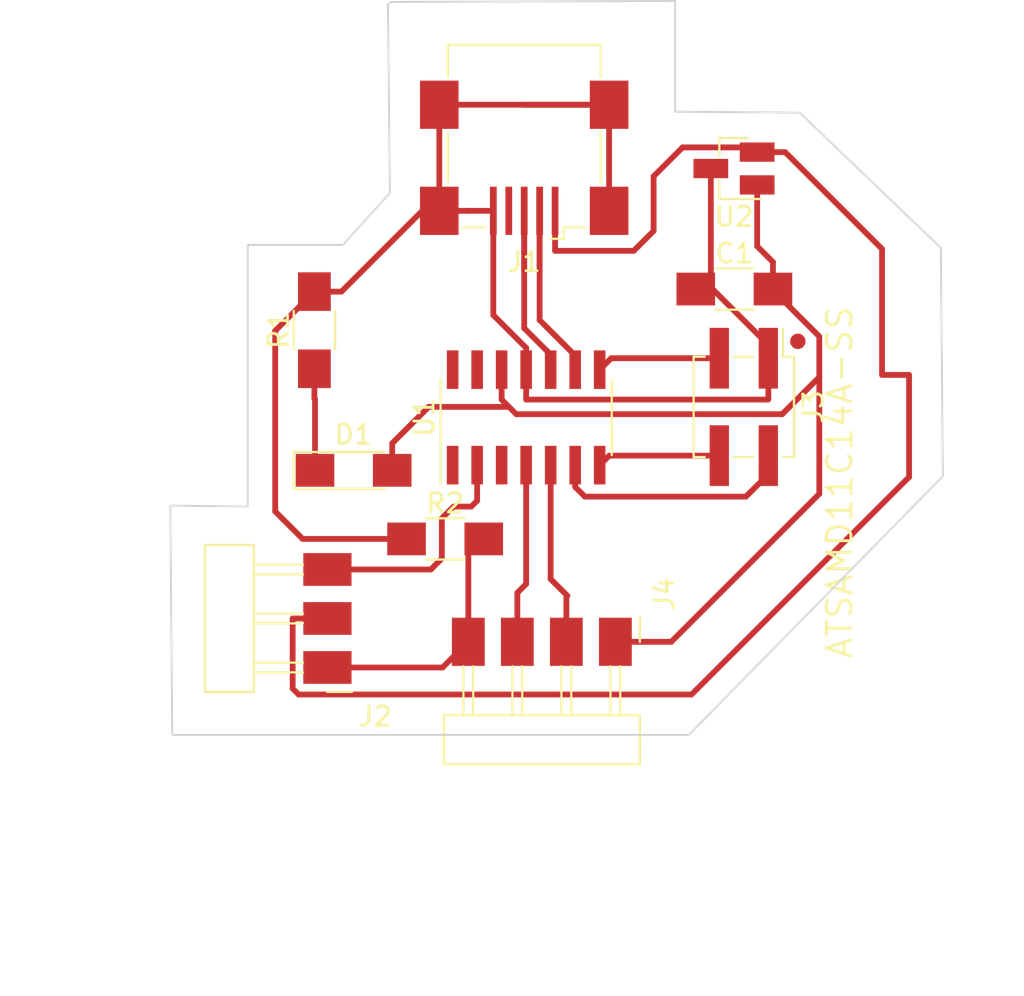
<source format=kicad_pcb>
(kicad_pcb (version 20211014) (generator pcbnew)
  (layers (0 "F.Cu" signal) (31 "B.Cu" signal) (34 "B.Paste" user) (35 "F.Paste" user) (36 "B.SilkS" user "B.Silkscreen") (37 "F.SilkS" user "F.Silkscreen") (38 "B.Mask" user) (39 "F.Mask" user) (44 "Edge.Cuts" user))
  (net 0 "")
  (net 1 "GND")
  (net 2 "5V")
  (net 3 "D-")
  (net 4 "D+")
  (net 7 "SDA")
  (net 8 "RST")
  (net 9 "CLK")
  (net 10 "DIO")
  (net 12 "RGB LED")
  (net 13 "3.3")
  (net 15 "SCL")
  (net 17 "Net-(D1-Pad1)")
  (footprint "fab:C_1206" (layer "F.Cu") (at 204.8444 58.3184)
    (fp_text reference "C1" (at 0 -1.85) (layer "F.SilkS"))
    (fp_text value "C")
    (fp_line (start 1 1.07) (end -1 1.07) (layer "F.SilkS") (width 0.12))
    (fp_line (start -1 -1.07) (end 1 -1.07) (layer "F.SilkS") (width 0.12))
    (pad "1" smd rect locked (at -2 0) (size 2 1.7) (layers "F.Cu" "F.Paste" "F.Mask") (net 1 "GND"))
    (pad "2" smd rect locked (at 2 0) (size 2 1.7) (layers "F.Cu" "F.Paste" "F.Mask") (net 13 "3.3"))
  )
  (footprint "fab:SOT-23" (layer "F.Cu") (at 204.8256 52.07 180)
    (fp_text reference "U2" (at 0 -2.5) (layer "F.SilkS"))
    (fp_text value "Regulator_Linear_LM3480-3.3V-100mA")
    (fp_line (start 0.76 1.58) (end 0.76 0.65) (layer "F.SilkS") (width 0.12))
    (fp_line (start 0.76 -1.58) (end -1.4 -1.58) (layer "F.SilkS") (width 0.12))
    (fp_line (start 0.76 -1.58) (end 0.76 -0.65) (layer "F.SilkS") (width 0.12))
    (fp_line (start 0.76 1.58) (end -0.7 1.58) (layer "F.SilkS") (width 0.12))
    (pad "1" smd rect locked (at -1.2 -0.85 180) (size 1.8 1) (layers "F.Cu" "F.Paste" "F.Mask") (net 13 "3.3"))
    (pad "2" smd rect locked (at -1.2 0.85 180) (size 1.8 1) (layers "F.Cu" "F.Paste" "F.Mask") (net 2 "5V"))
    (pad "3" smd rect locked (at 1.2 0 180) (size 1.8 1) (layers "F.Cu" "F.Paste" "F.Mask") (net 1 "GND"))
  )
  (footprint "fab:R_1206" (layer "F.Cu") (at 183.0832 60.452 90)
    (fp_text reference "R1" (at 0 -1.85 90) (layer "F.SilkS"))
    (fp_text value "500 OHM")
    (fp_line (start 1 1.07) (end -1 1.07) (layer "F.SilkS") (width 0.12))
    (fp_line (start -1 -1.07) (end 1 -1.07) (layer "F.SilkS") (width 0.12))
    (pad "1" smd rect locked (at -2 0 90) (size 2 1.7) (layers "F.Cu" "F.Paste" "F.Mask") (net 17 "Net-(D1-Pad1)"))
    (pad "2" smd rect locked (at 2 0 90) (size 2 1.7) (layers "F.Cu" "F.Paste" "F.Mask") (net 1 "GND"))
  )
  (footprint "fab:PinHeader_1x03_P2.54mm_Horizontal_SMD" (layer "F.Cu") (at 183.7576 77.9372 180)
    (fp_text reference "J2" (at -1.524 -2.54) (layer "F.SilkS") (effects (justify left)))
    (fp_text value "Conn_PinHeader_1x03_P2.54mm_Horizontal_SMD")
    (fp_line (start 3.81 2.286) (end 1.27 2.286) (layer "F.SilkS") (width 0.12))
    (fp_line (start 3.81 0.254) (end 1.27 0.254) (layer "F.SilkS") (width 0.12))
    (fp_line (start 3.81 -1.27) (end 6.35 -1.27) (layer "F.SilkS") (width 0.12))
    (fp_line (start 3.81 4.826) (end 1.27 4.826) (layer "F.SilkS") (width 0.12))
    (fp_line (start 6.35 -1.27) (end 6.35 6.35) (layer "F.SilkS") (width 0.12))
    (fp_line (start -1.27 -1.27) (end 0 -1.27) (layer "F.SilkS") (width 0.12))
    (fp_line (start 6.35 6.35) (end 3.81 6.35) (layer "F.SilkS") (width 0.12))
    (fp_line (start 3.81 2.794) (end 1.27 2.794) (layer "F.SilkS") (width 0.12))
    (fp_line (start 3.81 6.35) (end 3.81 -1.27) (layer "F.SilkS") (width 0.12))
    (fp_line (start 3.81 -0.254) (end 1.27 -0.254) (layer "F.SilkS") (width 0.12))
    (fp_line (start 3.81 5.334) (end 1.27 5.334) (layer "F.SilkS") (width 0.12))
    (pad "1" smd rect locked (at 0 0 180) (size 2.5 1.7) (layers "F.Cu" "F.Paste" "F.Mask") (net 1 "GND"))
    (pad "2" smd rect locked (at 0 2.54 180) (size 2.5 1.7) (layers "F.Cu" "F.Paste" "F.Mask") (net 2 "5V"))
    (pad "3" smd rect locked (at 0 5.08 180) (size 2.5 1.7) (layers "F.Cu" "F.Paste" "F.Mask") (net 12 "RGB LED"))
  )
  (footprint "fab:LED_1206" (layer "F.Cu") (at 185.1152 67.7164)
    (fp_text reference "D1" (at 0 -1.85) (layer "F.SilkS"))
    (fp_text value "LED")
    (fp_line (start -3.1 -0.95) (end 1.6 -0.95) (layer "F.SilkS") (width 0.12))
    (fp_line (start -3.1 0.95) (end 1.6 0.95) (layer "F.SilkS") (width 0.12))
    (fp_line (start -3.1 -0.95) (end -3.1 0.95) (layer "F.SilkS") (width 0.12))
    (pad "1" smd rect locked (at -2 0) (size 2 1.7) (layers "F.Cu" "F.Paste" "F.Mask") (net 17 "Net-(D1-Pad1)"))
    (pad "2" smd rect locked (at 2 0) (size 2 1.7) (layers "F.Cu" "F.Paste" "F.Mask") (net 13 "3.3"))
  )
  (footprint "fab:SOIC-14_3.9x8.7mm_P1.27mm" (layer "F.Cu") (at 194.056 64.9732 90)
    (fp_text reference "U1" (at 0 -5.28 90) (layer "F.SilkS"))
    (fp_text value "ATSAMD11C14A-SS" (at -3.3668 16.246 90) (layer "F.SilkS") (effects (font (size 1.27 1.27))))
    (fp_line (start 0 4.435) (end -1.95 4.435) (layer "F.SilkS") (width 0.12))
    (fp_line (start 0 4.435) (end 1.95 4.435) (layer "F.SilkS") (width 0.12))
    (fp_line (start 0 -4.435) (end -3.45 -4.435) (layer "F.SilkS") (width 0.12))
    (fp_line (start 0 -4.435) (end 1.95 -4.435) (layer "F.SilkS") (width 0.12))
    (pad "1" smd rect (at -2.475 -3.81 90) (size 2 0.6) (layers "F.Cu" "F.Paste" "F.Mask"))
    (pad "2" smd rect (at -2.475 -2.54 90) (size 2 0.6) (layers "F.Cu" "F.Paste" "F.Mask") (net 12 "RGB LED"))
    (pad "3" smd rect (at -2.475 -1.27 90) (size 2 0.6) (layers "F.Cu" "F.Paste" "F.Mask"))
    (pad "4" smd rect (at -2.475 0 90) (size 2 0.6) (layers "F.Cu" "F.Paste" "F.Mask") (net 7 "SDA"))
    (pad "5" smd rect (at -2.475 1.27 90) (size 2 0.6) (layers "F.Cu" "F.Paste" "F.Mask") (net 15 "SCL"))
    (pad "6" smd rect (at -2.475 2.54 90) (size 2 0.6) (layers "F.Cu" "F.Paste" "F.Mask") (net 8 "RST"))
    (pad "7" smd rect (at -2.475 3.81 90) (size 2 0.6) (layers "F.Cu" "F.Paste" "F.Mask") (net 9 "CLK"))
    (pad "8" smd rect (at 2.475 3.81 90) (size 2 0.6) (layers "F.Cu" "F.Paste" "F.Mask") (net 10 "DIO"))
    (pad "9" smd rect (at 2.475 2.54 90) (size 2 0.6) (layers "F.Cu" "F.Paste" "F.Mask") (net 3 "D-"))
    (pad "10" smd rect (at 2.475 1.27 90) (size 2 0.6) (layers "F.Cu" "F.Paste" "F.Mask") (net 4 "D+"))
    (pad "11" smd rect (at 2.475 0 90) (size 2 0.6) (layers "F.Cu" "F.Paste" "F.Mask") (net 1 "GND"))
    (pad "12" smd rect (at 2.475 -1.27 90) (size 2 0.6) (layers "F.Cu" "F.Paste" "F.Mask") (net 13 "3.3"))
    (pad "13" smd rect (at 2.475 -2.54 90) (size 2 0.6) (layers "F.Cu" "F.Paste" "F.Mask"))
    (pad "14" smd rect (at 2.475 -3.81 90) (size 2 0.6) (layers "F.Cu" "F.Paste" "F.Mask"))
  )
  (footprint "fab:PinHeader_2x02_P2.54mm_Vertical_SMD" (layer "F.Cu") (at 205.3336 64.4294 -90)
    (fp_text reference "J3" (at 0 -3.6 90) (layer "F.SilkS"))
    (fp_text value "Conn_PinHeader_2x02_P2.54mm_Vertical_SMD")
    (fp_circle (center -3.4 -2.8) (end -3.1 -2.8) (layer "F.Cu") (width 0.2) (fill solid))
    (fp_line (start -2.6 -0.51) (end -2.6 0.51) (layer "F.SilkS") (width 0.12))
    (fp_line (start -2.6 -2.6) (end -2.6 -2.03) (layer "F.SilkS") (width 0.12))
    (fp_line (start 2.6 -0.51) (end 2.6 0.51) (layer "F.SilkS") (width 0.12))
    (fp_line (start -4.04 -2.03) (end -2.6 -2.03) (layer "F.SilkS") (width 0.12))
    (fp_line (start 2.6 2.03) (end 2.6 2.6) (layer "F.SilkS") (width 0.12))
    (fp_line (start -2.6 -2.6) (end 2.6 -2.6) (layer "F.SilkS") (width 0.12))
    (fp_line (start -2.6 2.6) (end 2.6 2.6) (layer "F.SilkS") (width 0.12))
    (fp_line (start -2.6 2.03) (end -2.6 2.6) (layer "F.SilkS") (width 0.12))
    (fp_line (start 2.6 -2.6) (end 2.6 -2.03) (layer "F.SilkS") (width 0.12))
    (pad "1" smd rect (at -2.525 -1.27 270) (size 3.15 1) (layers "F.Cu" "F.Paste" "F.Mask") (net 1 "GND"))
    (pad "2" smd rect (at 2.525 -1.27 270) (size 3.15 1) (layers "F.Cu" "F.Paste" "F.Mask") (net 8 "RST"))
    (pad "3" smd rect (at -2.525 1.27 270) (size 3.15 1) (layers "F.Cu" "F.Paste" "F.Mask") (net 10 "DIO"))
    (pad "4" smd rect (at 2.525 1.27 270) (size 3.15 1) (layers "F.Cu" "F.Paste" "F.Mask") (net 9 "CLK"))
  )
  (footprint "fab:R_1206" (layer "F.Cu") (at 189.8584 71.2724)
    (fp_text reference "R2" (at 0 -1.85) (layer "F.SilkS"))
    (fp_text value "R")
    (fp_line (start -1 -1.07) (end 1 -1.07) (layer "F.SilkS") (width 0.12))
    (fp_line (start 1 1.07) (end -1 1.07) (layer "F.SilkS") (width 0.12))
    (pad "1" smd rect locked (at -2 0) (size 2 1.7) (layers "F.Cu" "F.Paste" "F.Mask") (net 1 "GND"))
    (pad "2" smd rect locked (at 2 0) (size 2 1.7) (layers "F.Cu" "F.Paste" "F.Mask") (net 1 "GND"))
  )
  (footprint "Connector_USB:USB_Mini-B_Wuerth_65100516121_Horizontal" (layer "F.Cu") (at 193.9544 51.6636 180)
    (fp_text reference "J1" (at 0 -5.25) (layer "F.SilkS"))
    (fp_text value "USB_B_Mini")
    (fp_line (start -3.96 1.45) (end -3.96 -1.15) (layer "F.SilkS") (width 0.12))
    (fp_line (start -3.96 6.01) (end 3.96 6.01) (layer "F.SilkS") (width 0.12))
    (fp_line (start -3.2 -3.46) (end -2.05 -3.46) (layer "F.SilkS") (width 0.12))
    (fp_line (start -2.05 -3.46) (end -2.05 -4.05) (layer "F.SilkS") (width 0.12))
    (fp_line (start 3.96 6.01) (end 3.96 4.35) (layer "F.SilkS") (width 0.12))
    (fp_line (start -3.96 4.35) (end -3.96 6.01) (layer "F.SilkS") (width 0.12))
    (fp_line (start 2.05 -3.46) (end 3.2 -3.46) (layer "F.SilkS") (width 0.12))
    (fp_line (start -2.05 -4.05) (end -1.35 -4.05) (layer "F.SilkS") (width 0.12))
    (fp_line (start 3.96 -1.15) (end 3.96 1.45) (layer "F.SilkS") (width 0.12))
    (pad "" np_thru_hole circle (at -2.2 0 180) (size 0.9 0.9) (drill 0.9) (layers *.Cu *.Mask))
    (pad "" np_thru_hole circle (at 2.2 0 180) (size 0.9 0.9) (drill 0.9) (layers *.Cu *.Mask))
    (pad "1" smd rect (at -1.6 -2.6 180) (size 0.35 2.5) (layers "F.Cu" "F.Paste" "F.Mask") (net 2 "5V"))
    (pad "2" smd rect (at -0.8 -2.6 180) (size 0.35 2.5) (layers "F.Cu" "F.Paste" "F.Mask") (net 3 "D-"))
    (pad "3" smd rect (at 0 -2.6 180) (size 0.35 2.5) (layers "F.Cu" "F.Paste" "F.Mask") (net 4 "D+"))
    (pad "4" smd rect (at 0.8 -2.6 180) (size 0.35 2.5) (layers "F.Cu" "F.Paste" "F.Mask"))
    (pad "5" smd rect (at 1.6 -2.6 180) (size 0.35 2.5) (layers "F.Cu" "F.Paste" "F.Mask") (net 1 "GND"))
    (pad "6" smd rect (at -4.4 -2.6 180) (size 2 2.5) (layers "F.Cu" "F.Paste" "F.Mask") (net 1 "GND"))
    (pad "6" smd rect (at 4.4 -2.6 180) (size 2 2.5) (layers "F.Cu" "F.Paste" "F.Mask") (net 1 "GND"))
    (pad "6" smd rect (at 4.4 2.9 180) (size 2 2.5) (layers "F.Cu" "F.Paste" "F.Mask") (net 1 "GND"))
    (pad "6" smd rect (at -4.4 2.9 180) (size 2 2.5) (layers "F.Cu" "F.Paste" "F.Mask") (net 1 "GND"))
  )
  (footprint "fab:PinHeader_1x04_P2.54mm_Horizontal_SMD" (layer "F.Cu") (at 198.6788 76.6064 -90)
    (fp_text reference "J4" (at -1.524 -2.54 90) (layer "F.SilkS") (effects (justify left)))
    (fp_text value "Conn_PinHeader_1x04_P2.54mm_Horizontal_SMD")
    (fp_line (start 6.35 -1.27) (end 6.35 8.89) (layer "F.SilkS") (width 0.12))
    (fp_line (start 3.81 2.794) (end 1.27 2.794) (layer "F.SilkS") (width 0.12))
    (fp_line (start 3.81 8.89) (end 3.81 -1.27) (layer "F.SilkS") (width 0.12))
    (fp_line (start 3.81 7.874) (end 1.27 7.874) (layer "F.SilkS") (width 0.12))
    (fp_line (start 3.81 2.286) (end 1.27 2.286) (layer "F.SilkS") (width 0.12))
    (fp_line (start 3.81 5.334) (end 1.27 5.334) (layer "F.SilkS") (width 0.12))
    (fp_line (start 3.81 -0.254) (end 1.27 -0.254) (layer "F.SilkS") (width 0.12))
    (fp_line (start 3.81 0.254) (end 1.27 0.254) (layer "F.SilkS") (width 0.12))
    (fp_line (start 6.35 8.89) (end 3.81 8.89) (layer "F.SilkS") (width 0.12))
    (fp_line (start -1.27 -1.27) (end 0 -1.27) (layer "F.SilkS") (width 0.12))
    (fp_line (start 3.81 -1.27) (end 6.35 -1.27) (layer "F.SilkS") (width 0.12))
    (fp_line (start 3.81 4.826) (end 1.27 4.826) (layer "F.SilkS") (width 0.12))
    (fp_line (start 3.81 7.366) (end 1.27 7.366) (layer "F.SilkS") (width 0.12))
    (pad "1" smd rect locked (at 0 0 270) (size 2.5 1.7) (layers "F.Cu" "F.Paste" "F.Mask") (net 13 "3.3"))
    (pad "2" smd rect locked (at 0 2.54 270) (size 2.5 1.7) (layers "F.Cu" "F.Paste" "F.Mask") (net 15 "SCL"))
    (pad "3" smd rect locked (at 0 5.08 270) (size 2.5 1.7) (layers "F.Cu" "F.Paste" "F.Mask") (net 7 "SDA"))
    (pad "4" smd rect locked (at 0 7.62 270) (size 2.5 1.7) (layers "F.Cu" "F.Paste" "F.Mask") (net 1 "GND"))
  )
  (gr_poly (pts (xy 201.7776 49.1236) (xy 208.2292 49.1744) (xy 215.5444 56.1848) (xy 215.646 68.0212) (xy 202.4888 81.4324) (xy 175.7172 81.4324) (xy 175.6156 69.5452) (xy 179.6288 69.596) (xy 179.6288 56.0324) (xy 184.5564 56.0324) (xy 186.9948 53.34) (xy 186.8932 43.5356) (xy 187.0456 43.434) (xy 201.7776 43.3832)) (layer "Edge.Cuts") (width 0.1) (fill none))
  (segment (start 189.5544 54.2636) (end 189.5542 54.2636) (width 0.3) (layer "F.Cu") (net 1))
  (segment (start 183.0832 58.452) (end 181.0512 60.484) (width 0.3) (layer "F.Cu") (net 1))
  (segment (start 203.6256 58.3128) (end 203.62 58.3184) (width 0.3) (layer "F.Cu") (net 1))
  (segment (start 183.0832 58.452) (end 184.4835 58.452) (width 0.3) (layer "F.Cu") (net 1))
  (segment (start 181.0512 60.484) (end 181.0512 69.85) (width 0.3) (layer "F.Cu") (net 1))
  (segment (start 192.3541 54.2636) (end 192.354 54.2637) (width 0.3) (layer "F.Cu") (net 1))
  (segment (start 203.451 58.3184) (end 202.8444 58.3184) (width 0.3) (layer "F.Cu") (net 1))
  (segment (start 203.6256 58.3128) (end 203.704 58.3128) (width 0.3) (layer "F.Cu") (net 1))
  (segment (start 192.354 54.2639) (end 191.105 54.2639) (width 0.3) (layer "F.Cu") (net 1))
  (segment (start 192.3544 54.2636) (end 192.3541 54.2636) (width 0.3) (layer "F.Cu") (net 1))
  (segment (start 206.604 61.2128) (end 206.604 61.9044) (width 0.3) (layer "F.Cu") (net 1))
  (segment (start 206.604 61.9044) (end 206.604 61.9364) (width 0.3) (layer "F.Cu") (net 1))
  (segment (start 193.9542 48.7636) (end 198.354 48.7636) (width 0.3) (layer "F.Cu") (net 1))
  (segment (start 189.728 77.9372) (end 191.0588 76.6064) (width 0.3) (layer "F.Cu") (net 1))
  (segment (start 192.354 54.2639) (end 192.354 54.2637) (width 0.3) (layer "F.Cu") (net 1))
  (segment (start 189.554 54.2636) (end 189.554 48.7636) (width 0.3) (layer "F.Cu") (net 1))
  (segment (start 192.354 54.2639) (end 192.354 59.6676) (width 0.3) (layer "F.Cu") (net 1))
  (segment (start 193.9542 48.7636) (end 198.3544 48.7636) (width 0.3) (layer "F.Cu") (net 1))
  (segment (start 203.6256 52.07) (end 203.6256 58.3128) (width 0.3) (layer "F.Cu") (net 1))
  (segment (start 206.604 64.0297) (end 206.604 61.9368) (width 0.3) (layer "F.Cu") (net 1))
  (segment (start 194.056 62.4982) (end 194.056 64.0485) (width 0.3) (layer "F.Cu") (net 1))
  (segment (start 198.354 53.9704) (end 198.354 54.2636) (width 0.3) (layer "F.Cu") (net 1))
  (segment (start 191.0588 76.6064) (end 191.0588 72.072) (width 0.3) (layer "F.Cu") (net 1))
  (segment (start 189.5544 48.7636) (end 193.9542 48.7636) (width 0.3) (layer "F.Cu") (net 1))
  (segment (start 188.6719 54.2636) (end 184.4835 58.452) (width 0.3) (layer "F.Cu") (net 1))
  (segment (start 203.62 58.3184) (end 203.451 58.3184) (width 0.3) (layer "F.Cu") (net 1))
  (segment (start 182.4736 71.2724) (end 187.8584 71.2724) (width 0.3) (layer "F.Cu") (net 1))
  (segment (start 183.7576 77.9372) (end 189.728 77.9372) (width 0.3) (layer "F.Cu") (net 1))
  (segment (start 192.354 59.6676) (end 194.056 61.3692) (width 0.3) (layer "F.Cu") (net 1))
  (segment (start 191.105 54.2636) (end 189.5544 54.2636) (width 0.3) (layer "F.Cu") (net 1))
  (segment (start 206.604 61.9368) (end 206.604 61.9364) (width 0.3) (layer "F.Cu") (net 1))
  (segment (start 198.3544 53.9708) (end 198.3544 54.2636) (width 0.3) (layer "F.Cu") (net 1))
  (segment (start 191.105 54.2639) (end 191.105 54.2636) (width 0.3) (layer "F.Cu") (net 1))
  (segment (start 206.604 61.9364) (end 206.604 61.9044) (width 0.3) (layer "F.Cu") (net 1))
  (segment (start 181.0512 69.85) (end 182.4736 71.2724) (width 0.3) (layer "F.Cu") (net 1))
  (segment (start 203.704 58.3128) (end 206.604 61.2128) (width 0.3) (layer "F.Cu") (net 1))
  (segment (start 206.6036 61.9044) (end 206.604 61.9044) (width 0.3) (layer "F.Cu") (net 1))
  (segment (start 198.354 53.9704) (end 198.3544 53.9708) (width 0.3) (layer "F.Cu") (net 1))
  (segment (start 189.5542 54.2636) (end 189.554 54.2636) (width 0.3) (layer "F.Cu") (net 1))
  (segment (start 194.056 64.0485) (end 206.585 64.0485) (width 0.3) (layer "F.Cu") (net 1))
  (segment (start 206.585 64.0485) (end 206.604 64.0297) (width 0.3) (layer "F.Cu") (net 1))
  (segment (start 194.056 61.3692) (end 194.056 62.4982) (width 0.3) (layer "F.Cu") (net 1))
  (segment (start 191.0588 72.072) (end 191.8584 71.2724) (width 0.3) (layer "F.Cu") (net 1))
  (segment (start 189.554 48.7636) (end 189.5544 48.7636) (width 0.3) (layer "F.Cu") (net 1))
  (segment (start 206.604 61.9364) (end 206.604 61.9368) (width 0.3) (layer "F.Cu") (net 1))
  (segment (start 198.354 48.7636) (end 198.354 53.9704) (width 0.3) (layer "F.Cu") (net 1))
  (segment (start 189.5542 54.2636) (end 188.6719 54.2636) (width 0.3) (layer "F.Cu") (net 1))
  (segment (start 213.8967 62.77) (end 213.8967 68.0675) (width 0.3) (layer "F.Cu") (net 2))
  (segment (start 202.6266 79.3376) (end 182.2635 79.3376) (width 0.3) (layer "F.Cu") (net 2))
  (segment (start 200.66 52.4764) (end 200.66 55.307022) (width 0.3) (layer "F.Cu") (net 2))
  (segment (start 183.7576 75.3972) (end 181.9573 75.3972) (width 0.3) (layer "F.Cu") (net 2))
  (segment (start 213.8967 68.0675) (end 202.6266 79.3376) (width 0.3) (layer "F.Cu") (net 2))
  (segment (start 181.9573 79.0314) (end 181.9573 75.3972) (width 0.3) (layer "F.Cu") (net 2))
  (segment (start 206.7508 51.22) (end 206.5048 50.974) (width 0.3) (layer "F.Cu") (net 2))
  (segment (start 212.4964 56.2405) (end 212.4964 62.77) (width 0.3) (layer "F.Cu") (net 2))
  (segment (start 182.2635 79.3376) (end 181.9573 79.0314) (width 0.3) (layer "F.Cu") (net 2))
  (segment (start 212.4964 62.77) (end 213.8967 62.77) (width 0.3) (layer "F.Cu") (net 2))
  (segment (start 206.0256 51.22) (end 206.7508 51.22) (width 0.3) (layer "F.Cu") (net 2))
  (segment (start 206.7508 51.22) (end 207.4759 51.22) (width 0.3) (layer "F.Cu") (net 2))
  (segment (start 199.629822 56.3372) (end 195.5544 56.3372) (width 0.3) (layer "F.Cu") (net 2))
  (segment (start 195.5544 56.3372) (end 195.5544 54.2636) (width 0.3) (layer "F.Cu") (net 2))
  (segment (start 207.4759 51.22) (end 212.4964 56.2405) (width 0.3) (layer "F.Cu") (net 2))
  (segment (start 200.66 55.307022) (end 199.629822 56.3372) (width 0.3) (layer "F.Cu") (net 2))
  (segment (start 202.1624 50.974) (end 200.66 52.4764) (width 0.3) (layer "F.Cu") (net 2))
  (segment (start 206.5048 50.974) (end 202.1624 50.974) (width 0.3) (layer "F.Cu") (net 2))
  (segment (start 194.754 57.0954) (end 194.7544 57.095) (width 0.3) (layer "F.Cu") (net 3))
  (segment (start 194.7544 57.095) (end 194.7544 54.2636) (width 0.3) (layer "F.Cu") (net 3))
  (segment (start 196.596 61.7692) (end 196.596 62.4982) (width 0.2) (layer "F.Cu") (net 3))
  (segment (start 194.754 54.2636) (end 194.754 57.0954) (width 0.3) (layer "F.Cu") (net 3))
  (segment (start 194.754 59.9272) (end 194.754 59.9276) (width 0.2) (layer "F.Cu") (net 3))
  (segment (start 194.754 59.9276) (end 196.596 61.7692) (width 0.3) (layer "F.Cu") (net 3))
  (segment (start 194.754 57.0954) (end 194.754 59.9272) (width 0.3) (layer "F.Cu") (net 3))
  (segment (start 195.326 61.7206) (end 195.326 62.4982) (width 0.2) (layer "F.Cu") (net 4))
  (segment (start 193.954 60.3489) (end 195.326 61.7206) (width 0.2) (layer "F.Cu") (net 4))
  (segment (start 195.326 61.7206) (end 195.326 62.4982) (width 0.2) (layer "F.Cu") (net 4))
  (segment (start 193.954 60.3486) (end 193.954 60.3489) (width 0.2) (layer "F.Cu") (net 4))
  (segment (start 193.954 60.349) (end 195.326 61.7206) (width 0.2) (layer "F.Cu") (net 4))
  (segment (start 193.954 60.349) (end 195.326 61.7206) (width 0.3) (layer "F.Cu") (net 4))
  (segment (start 193.954 57.3061) (end 193.9544 57.3057) (width 0.3) (layer "F.Cu") (net 4))
  (segment (start 193.954 54.2636) (end 193.954 57.3061) (width 0.3) (layer "F.Cu") (net 4))
  (segment (start 193.9544 57.3057) (end 193.9544 54.2636) (width 0.3) (layer "F.Cu") (net 4))
  (segment (start 193.954 57.3061) (end 193.954 60.3486) (width 0.3) (layer "F.Cu") (net 4))
  (segment (start 193.5988 74.0664) (end 194.056 73.6092) (width 0.3) (layer "F.Cu") (net 7))
  (segment (start 193.5988 76.6064) (end 193.5988 74.0664) (width 0.3) (layer "F.Cu") (net 7))
  (segment (start 194.056 73.6092) (end 194.056 67.4482) (width 0.3) (layer "F.Cu") (net 7))
  (segment (start 206.6036 67.6779) (end 206.6036 66.9544) (width 0.3) (layer "F.Cu") (net 8))
  (segment (start 196.596 68.5772) (end 197.098 69.0789) (width 0.3) (layer "F.Cu") (net 8))
  (segment (start 206.604 67.6783) (end 206.604 67.437) (width 0.3) (layer "F.Cu") (net 8))
  (segment (start 197.098 69.0789) (end 205.444 69.0789) (width 0.3) (layer "F.Cu") (net 8))
  (segment (start 206.604 67.9196) (end 206.604 67.6783) (width 0.3) (layer "F.Cu") (net 8))
  (segment (start 196.596 67.4482) (end 196.596 68.5772) (width 0.3) (layer "F.Cu") (net 8))
  (segment (start 205.444 69.0789) (end 206.604 67.9196) (width 0.3) (layer "F.Cu") (net 8))
  (segment (start 206.604 67.6783) (end 206.6036 67.6779) (width 0.3) (layer "F.Cu") (net 8))
  (segment (start 204.0636 66.9544) (end 198.36 66.9544) (width 0.3) (layer "F.Cu") (net 9))
  (segment (start 204.064 66.9544) (end 204.0636 66.9544) (width 0.3) (layer "F.Cu") (net 9))
  (segment (start 198.36 66.9544) (end 197.866 67.4482) (width 0.3) (layer "F.Cu") (net 9))
  (segment (start 204.0636 61.9044) (end 198.46 61.9044) (width 0.3) (layer "F.Cu") (net 10))
  (segment (start 204.064 61.9044) (end 204.0636 61.9044) (width 0.3) (layer "F.Cu") (net 10))
  (segment (start 198.46 61.9044) (end 197.866 62.4982) (width 0.3) (layer "F.Cu") (net 10))
  (segment (start 189.6872 70.2056) (end 189.6872 72.2884) (width 0.3) (layer "F.Cu") (net 12))
  (segment (start 191.516 69.2912) (end 191.516 67.4482) (width 0.3) (layer "F.Cu") (net 12))
  (segment (start 189.6872 72.2884) (end 189.1184 72.8572) (width 0.3) (layer "F.Cu") (net 12))
  (segment (start 191.2112 69.596) (end 190.2968 69.596) (width 0.3) (layer "F.Cu") (net 12))
  (segment (start 191.2112 69.596) (end 191.516 69.2912) (width 0.3) (layer "F.Cu") (net 12))
  (segment (start 189.1184 72.8572) (end 183.7576 72.8572) (width 0.3) (layer "F.Cu") (net 12))
  (segment (start 190.2968 69.596) (end 189.6872 70.2056) (width 0.3) (layer "F.Cu") (net 12))
  (segment (start 189.0045 64.4268) (end 187.1152 66.3161) (width 0.3) (layer "F.Cu") (net 13))
  (segment (start 193.1645 64.4268) (end 192.786 64.0485) (width 0.3) (layer "F.Cu") (net 13))
  (segment (start 193.543 64.8051) (end 193.1645 64.4268) (width 0.3) (layer "F.Cu") (net 13))
  (segment (start 206.844 58.375494) (end 209.2452 60.776694) (width 0.3) (layer "F.Cu") (net 13))
  (segment (start 207.3232 64.8051) (end 193.543 64.8051) (width 0.3) (layer "F.Cu") (net 13))
  (segment (start 187.1152 67.7164) (end 187.1152 66.3161) (width 0.3) (layer "F.Cu") (net 13))
  (segment (start 206.0256 52.92) (end 206.0256 56.0993) (width 0.3) (layer "F.Cu") (net 13))
  (segment (start 198.6788 76.6064) (end 201.5744 76.6064) (width 0.3) (layer "F.Cu") (net 13))
  (segment (start 209.2452 62.8831) (end 207.3232 64.8051) (width 0.3) (layer "F.Cu") (net 13))
  (segment (start 209.2452 60.776694) (end 209.2452 62.8831) (width 0.3) (layer "F.Cu") (net 13))
  (segment (start 206.8444 58.3184) (end 206.8444 56.9181) (width 0.3) (layer "F.Cu") (net 13))
  (segment (start 206.0256 56.0993) (end 206.8444 56.9181) (width 0.3) (layer "F.Cu") (net 13))
  (segment (start 209.2452 68.9356) (end 209.2452 62.8831) (width 0.3) (layer "F.Cu") (net 13))
  (segment (start 192.786 64.0485) (end 192.786 62.4982) (width 0.3) (layer "F.Cu") (net 13))
  (segment (start 193.1645 64.4268) (end 189.0045 64.4268) (width 0.3) (layer "F.Cu") (net 13))
  (segment (start 201.5744 76.6064) (end 209.2452 68.9356) (width 0.3) (layer "F.Cu") (net 13))
  (segment (start 195.326 67.4482) (end 195.326 73.3552) (width 0.3) (layer "F.Cu") (net 15))
  (segment (start 196.1896 74.2188) (end 196.1388 74.2696) (width 0.3) (layer "F.Cu") (net 15))
  (segment (start 196.1388 74.2696) (end 196.1388 76.6064) (width 0.3) (layer "F.Cu") (net 15))
  (segment (start 195.326 73.3552) (end 196.1896 74.2188) (width 0.3) (layer "F.Cu") (net 15))
  (segment (start 183.0832 62.452) (end 183.0832 64.0023) (width 0.3) (layer "F.Cu") (net 17))
  (segment (start 183.1152 67.7164) (end 183.1152 64.0343) (width 0.3) (layer "F.Cu") (net 17))
  (segment (start 183.1152 64.0343) (end 183.0832 64.0023) (width 0.3) (layer "F.Cu") (net 17))
)
</source>
